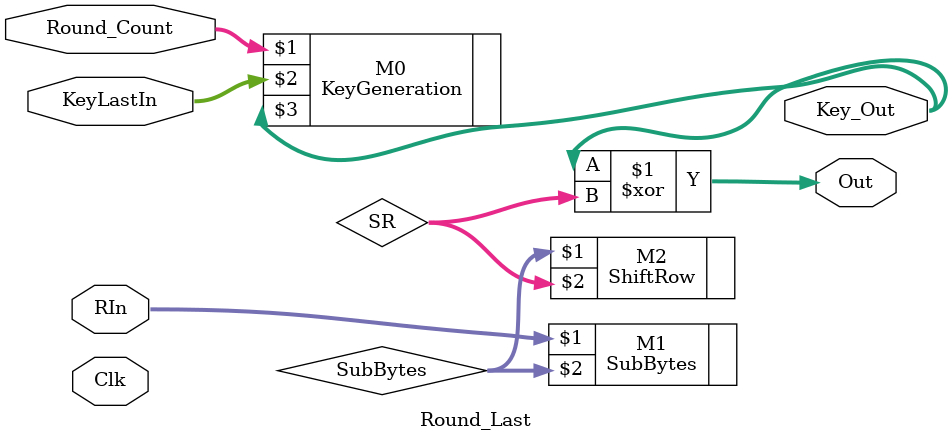
<source format=v>
module Round_Last(Clk,Round_Count,RIn,KeyLastIn,Key_Out,Out);
  input Clk;
  input [3:0]Round_Count;
  input [127:0]RIn;
  input [127:0]KeyLastIn;
  output [127:0]Key_Out,Out;
  wire [127:0] SubBytes,SR;
  
  KeyGeneration M0(Round_Count,KeyLastIn,Key_Out);
  SubBytes M1(RIn,SubBytes);
  ShiftRow M2(SubBytes,SR);
  assign Out= Key_Out^SR;
  
endmodule
</source>
